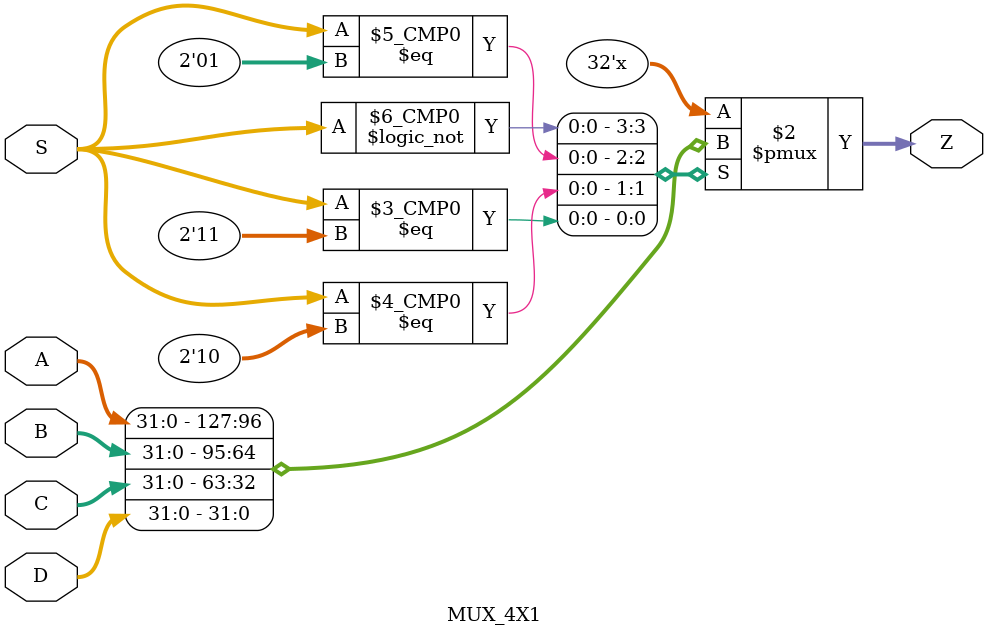
<source format=v>
`timescale 1ns / 1ps

module MUX_4X1(input wire [31:0] A, B, C, D, input wire [1:0] S, output reg [31:0] Z);
    always @(*) begin
        case(S) 
            0: Z = A;
            1: Z = B;
            2: Z = C;
            3: Z = D;
        endcase
    end
endmodule


</source>
